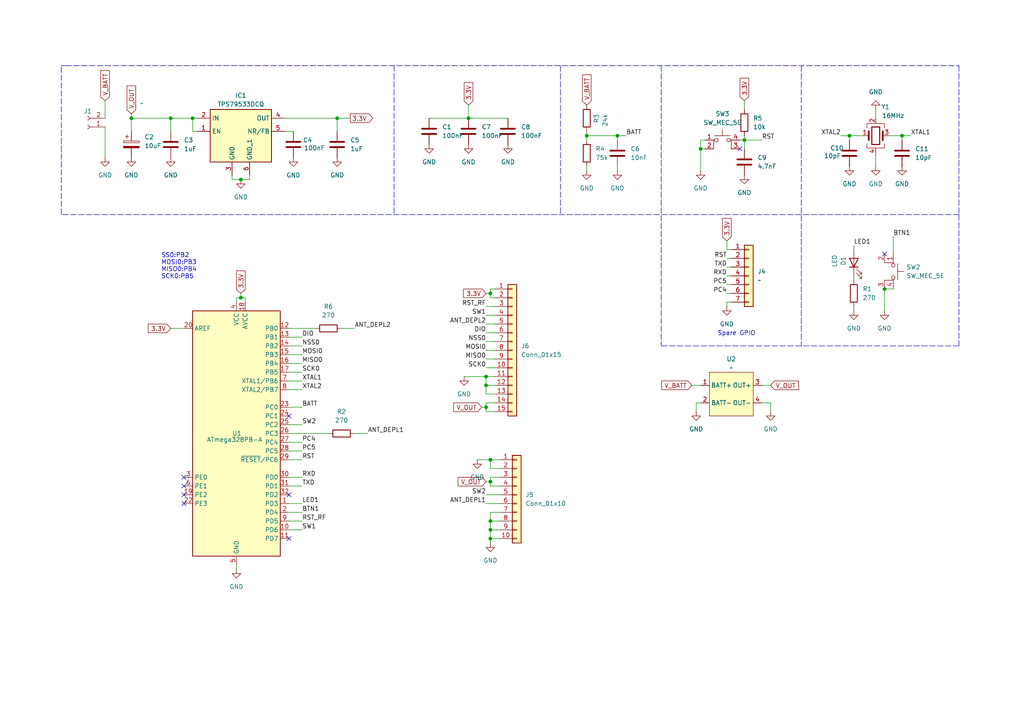
<source format=kicad_sch>
(kicad_sch (version 20231120) (generator "eeschema") (generator_version "8.0")
  (paper "A4")
  (lib_symbols
    (symbol "Connector:Conn_01x02_Socket" (pin_names (offset 1.016) hide)
      (property "Reference" "J" (at 0 2.54 0))
      (property "Value" "Conn_01x02_Socket" (at 0 -5.08 0))
      (symbol "Conn_01x02_Socket_1_1"
        (arc (start 0 -2.032) (mid -0.5058 -2.54) (end 0 -3.048) (stroke (width 0.1524)))
        (polyline (pts (xy -1.27 -2.54) (xy -0.508 -2.54)) (stroke (width 0.1524)))
        (polyline (pts (xy -1.27 0) (xy -0.508 0)) (stroke (width 0.1524)))
        (arc (start 0 0.508) (mid -0.5058 0) (end 0 -0.508) (stroke (width 0.1524)))
        (pin passive line (at -5.08 0 0) (length 3.81) (name "Pin_1") (number "1"))
        (pin passive line (at -5.08 -2.54 0) (length 3.81) (name "Pin_2") (number "2"))
      )
    )
    (symbol "Connector_Generic:Conn_01x07" (pin_names (offset 1.016) hide)
      (property "Reference" "J" (at 0 10.16 0))
      (property "Value" "Conn_01x07" (at 0 -10.16 0))
      (symbol "Conn_01x07_1_1"
        (rectangle (start -1.27 -7.493) (end 0 -7.747) (stroke (width 0.1524)))
        (rectangle (start -1.27 -4.953) (end 0 -5.207) (stroke (width 0.1524)))
        (rectangle (start -1.27 -2.413) (end 0 -2.667) (stroke (width 0.1524)))
        (rectangle (start -1.27 0.127) (end 0 -0.127) (stroke (width 0.1524)))
        (rectangle (start -1.27 2.667) (end 0 2.413) (stroke (width 0.1524)))
        (rectangle (start -1.27 5.207) (end 0 4.953) (stroke (width 0.1524)))
        (rectangle (start -1.27 7.747) (end 0 7.493) (stroke (width 0.1524)))
        (rectangle (start -1.27 8.89) (end 1.27 -8.89) (stroke (width 0.254)) (fill (type background)))
        (pin passive line (at -5.08 7.62 0) (length 3.81) (name "Pin_1") (number "1"))
        (pin passive line (at -5.08 5.08 0) (length 3.81) (name "Pin_2") (number "2"))
        (pin passive line (at -5.08 2.54 0) (length 3.81) (name "Pin_3") (number "3"))
        (pin passive line (at -5.08 0 0) (length 3.81) (name "Pin_4") (number "4"))
        (pin passive line (at -5.08 -2.54 0) (length 3.81) (name "Pin_5") (number "5"))
        (pin passive line (at -5.08 -5.08 0) (length 3.81) (name "Pin_6") (number "6"))
        (pin passive line (at -5.08 -7.62 0) (length 3.81) (name "Pin_7") (number "7"))
      )
    )
    (symbol "Connector_Generic:Conn_01x10" (pin_names (offset 1.016) hide)
      (property "Reference" "J" (at 0 12.7 0))
      (property "Value" "Conn_01x10" (at 0 -15.24 0))
      (symbol "Conn_01x10_1_1"
        (rectangle (start -1.27 -12.573) (end 0 -12.827) (stroke (width 0.1524)))
        (rectangle (start -1.27 -10.033) (end 0 -10.287) (stroke (width 0.1524)))
        (rectangle (start -1.27 -7.493) (end 0 -7.747) (stroke (width 0.1524)))
        (rectangle (start -1.27 -4.953) (end 0 -5.207) (stroke (width 0.1524)))
        (rectangle (start -1.27 -2.413) (end 0 -2.667) (stroke (width 0.1524)))
        (rectangle (start -1.27 0.127) (end 0 -0.127) (stroke (width 0.1524)))
        (rectangle (start -1.27 2.667) (end 0 2.413) (stroke (width 0.1524)))
        (rectangle (start -1.27 5.207) (end 0 4.953) (stroke (width 0.1524)))
        (rectangle (start -1.27 7.747) (end 0 7.493) (stroke (width 0.1524)))
        (rectangle (start -1.27 10.287) (end 0 10.033) (stroke (width 0.1524)))
        (rectangle (start -1.27 11.43) (end 1.27 -13.97) (stroke (width 0.254)) (fill (type background)))
        (pin passive line (at -5.08 10.16 0) (length 3.81) (name "Pin_1") (number "1"))
        (pin passive line (at -5.08 -12.7 0) (length 3.81) (name "Pin_10") (number "10"))
        (pin passive line (at -5.08 7.62 0) (length 3.81) (name "Pin_2") (number "2"))
        (pin passive line (at -5.08 5.08 0) (length 3.81) (name "Pin_3") (number "3"))
        (pin passive line (at -5.08 2.54 0) (length 3.81) (name "Pin_4") (number "4"))
        (pin passive line (at -5.08 0 0) (length 3.81) (name "Pin_5") (number "5"))
        (pin passive line (at -5.08 -2.54 0) (length 3.81) (name "Pin_6") (number "6"))
        (pin passive line (at -5.08 -5.08 0) (length 3.81) (name "Pin_7") (number "7"))
        (pin passive line (at -5.08 -7.62 0) (length 3.81) (name "Pin_8") (number "8"))
        (pin passive line (at -5.08 -10.16 0) (length 3.81) (name "Pin_9") (number "9"))
      )
    )
    (symbol "Connector_Generic:Conn_01x15" (pin_names (offset 1.016) hide)
      (property "Reference" "J" (at 0 20.32 0))
      (property "Value" "Conn_01x15" (at 0 -20.32 0))
      (symbol "Conn_01x15_1_1"
        (rectangle (start -1.27 -17.653) (end 0 -17.907) (stroke (width 0.1524)))
        (rectangle (start -1.27 -15.113) (end 0 -15.367) (stroke (width 0.1524)))
        (rectangle (start -1.27 -12.573) (end 0 -12.827) (stroke (width 0.1524)))
        (rectangle (start -1.27 -10.033) (end 0 -10.287) (stroke (width 0.1524)))
        (rectangle (start -1.27 -7.493) (end 0 -7.747) (stroke (width 0.1524)))
        (rectangle (start -1.27 -4.953) (end 0 -5.207) (stroke (width 0.1524)))
        (rectangle (start -1.27 -2.413) (end 0 -2.667) (stroke (width 0.1524)))
        (rectangle (start -1.27 0.127) (end 0 -0.127) (stroke (width 0.1524)))
        (rectangle (start -1.27 2.667) (end 0 2.413) (stroke (width 0.1524)))
        (rectangle (start -1.27 5.207) (end 0 4.953) (stroke (width 0.1524)))
        (rectangle (start -1.27 7.747) (end 0 7.493) (stroke (width 0.1524)))
        (rectangle (start -1.27 10.287) (end 0 10.033) (stroke (width 0.1524)))
        (rectangle (start -1.27 12.827) (end 0 12.573) (stroke (width 0.1524)))
        (rectangle (start -1.27 15.367) (end 0 15.113) (stroke (width 0.1524)))
        (rectangle (start -1.27 17.907) (end 0 17.653) (stroke (width 0.1524)))
        (rectangle (start -1.27 19.05) (end 1.27 -19.05) (stroke (width 0.254)) (fill (type background)))
        (pin passive line (at -5.08 17.78 0) (length 3.81) (name "Pin_1") (number "1"))
        (pin passive line (at -5.08 -5.08 0) (length 3.81) (name "Pin_10") (number "10"))
        (pin passive line (at -5.08 -7.62 0) (length 3.81) (name "Pin_11") (number "11"))
        (pin passive line (at -5.08 -10.16 0) (length 3.81) (name "Pin_12") (number "12"))
        (pin passive line (at -5.08 -12.7 0) (length 3.81) (name "Pin_13") (number "13"))
        (pin passive line (at -5.08 -15.24 0) (length 3.81) (name "Pin_14") (number "14"))
        (pin passive line (at -5.08 -17.78 0) (length 3.81) (name "Pin_15") (number "15"))
        (pin passive line (at -5.08 15.24 0) (length 3.81) (name "Pin_2") (number "2"))
        (pin passive line (at -5.08 12.7 0) (length 3.81) (name "Pin_3") (number "3"))
        (pin passive line (at -5.08 10.16 0) (length 3.81) (name "Pin_4") (number "4"))
        (pin passive line (at -5.08 7.62 0) (length 3.81) (name "Pin_5") (number "5"))
        (pin passive line (at -5.08 5.08 0) (length 3.81) (name "Pin_6") (number "6"))
        (pin passive line (at -5.08 2.54 0) (length 3.81) (name "Pin_7") (number "7"))
        (pin passive line (at -5.08 0 0) (length 3.81) (name "Pin_8") (number "8"))
        (pin passive line (at -5.08 -2.54 0) (length 3.81) (name "Pin_9") (number "9"))
      )
    )
    (symbol "Device:C" (pin_numbers hide) (pin_names (offset 0.254))
      (property "Reference" "C" (at 0.635 2.54 0))
      (property "Value" "C" (at 0.635 -2.54 0))
      (symbol "C_0_1"
        (polyline (pts (xy -2.032 -0.762) (xy 2.032 -0.762)) (stroke (width 0.508)))
        (polyline (pts (xy -2.032 0.762) (xy 2.032 0.762)) (stroke (width 0.508)))
      )
      (symbol "C_1_1"
        (pin passive line (at 0 3.81 270) (length 2.794) (name "~") (number "1"))
        (pin passive line (at 0 -3.81 90) (length 2.794) (name "~") (number "2"))
      )
    )
    (symbol "Device:C_Polarized" (pin_numbers hide) (pin_names (offset 0.254))
      (property "Reference" "C" (at 0.635 2.54 0))
      (property "Value" "C_Polarized" (at 0.635 -2.54 0))
      (symbol "C_Polarized_0_1"
        (rectangle (start -2.286 0.508) (end 2.286 1.016))
        (polyline (pts (xy -1.778 2.286) (xy -0.762 2.286)))
        (polyline (pts (xy -1.27 2.794) (xy -1.27 1.778)))
        (rectangle (start 2.286 -0.508) (end -2.286 -1.016) (fill (type outline)))
      )
      (symbol "C_Polarized_1_1"
        (pin passive line (at 0 3.81 270) (length 2.794) (name "~") (number "1"))
        (pin passive line (at 0 -3.81 90) (length 2.794) (name "~") (number "2"))
      )
    )
    (symbol "Device:Crystal_GND24" (pin_names (offset 1.016) hide)
      (property "Reference" "Y" (at 3.175 5.08 0))
      (property "Value" "Crystal_GND24" (at 3.175 3.175 0))
      (symbol "Crystal_GND24_0_1"
        (rectangle (start -1.143 2.54) (end 1.143 -2.54) (stroke (width 0.3048)))
        (polyline (pts (xy -2.54 0) (xy -2.032 0)))
        (polyline (pts (xy -2.032 -1.27) (xy -2.032 1.27)) (stroke (width 0.508)))
        (polyline (pts (xy 0 -3.81) (xy 0 -3.556)))
        (polyline (pts (xy 0 3.556) (xy 0 3.81)))
        (polyline (pts (xy 2.032 -1.27) (xy 2.032 1.27)) (stroke (width 0.508)))
        (polyline (pts (xy 2.032 0) (xy 2.54 0)))
        (polyline (pts (xy -2.54 -2.286) (xy -2.54 -3.556) (xy 2.54 -3.556) (xy 2.54 -2.286)))
        (polyline (pts (xy -2.54 2.286) (xy -2.54 3.556) (xy 2.54 3.556) (xy 2.54 2.286)))
      )
      (symbol "Crystal_GND24_1_1"
        (pin passive line (at -3.81 0 0) (length 1.27) (name "1") (number "1"))
        (pin passive line (at 0 5.08 270) (length 1.27) (name "2") (number "2"))
        (pin passive line (at 3.81 0 180) (length 1.27) (name "3") (number "3"))
        (pin passive line (at 0 -5.08 90) (length 1.27) (name "4") (number "4"))
      )
    )
    (symbol "Device:LED" (pin_numbers hide) (pin_names (offset 1.016) hide)
      (property "Reference" "D" (at 0 2.54 0))
      (property "Value" "LED" (at 0 -2.54 0))
      (symbol "LED_0_1"
        (polyline (pts (xy -1.27 -1.27) (xy -1.27 1.27)) (stroke (width 0.254)))
        (polyline (pts (xy -1.27 0) (xy 1.27 0)))
        (polyline (pts (xy 1.27 -1.27) (xy 1.27 1.27) (xy -1.27 0) (xy 1.27 -1.27)) (stroke (width 0.254)))
        (polyline (pts (xy -3.048 -0.762) (xy -4.572 -2.286) (xy -3.81 -2.286) (xy -4.572 -2.286) (xy -4.572 -1.524)))
        (polyline (pts (xy -1.778 -0.762) (xy -3.302 -2.286) (xy -2.54 -2.286) (xy -3.302 -2.286) (xy -3.302 -1.524)))
      )
      (symbol "LED_1_1"
        (pin passive line (at -3.81 0 0) (length 2.54) (name "K") (number "1"))
        (pin passive line (at 3.81 0 180) (length 2.54) (name "A") (number "2"))
      )
    )
    (symbol "Device:R" (pin_numbers hide) (pin_names (offset 0))
      (property "Reference" "R" (at 2.032 0 90))
      (property "Value" "R" (at 0 0 90))
      (symbol "R_0_1"
        (rectangle (start -1.016 -2.54) (end 1.016 2.54) (stroke (width 0.254)))
      )
      (symbol "R_1_1"
        (pin passive line (at 0 3.81 270) (length 1.27) (name "~") (number "1"))
        (pin passive line (at 0 -3.81 90) (length 1.27) (name "~") (number "2"))
      )
    )
    (symbol "MCU_Microchip_ATmega:ATmega328PB-A"
      (property "Reference" "U" (at -12.7 36.83 0))
      (property "Value" "ATmega328PB-A" (at 2.54 -36.83 0))
      (symbol "ATmega328PB-A_0_1"
        (rectangle (start -12.7 -35.56) (end 12.7 35.56) (stroke (width 0.254)) (fill (type background)))
      )
      (symbol "ATmega328PB-A_1_1"
        (pin bidirectional line (at 15.24 -20.32 180) (length 2.54) (name "PD3") (number "1"))
        (pin bidirectional line (at 15.24 -27.94 180) (length 2.54) (name "PD6") (number "10"))
        (pin bidirectional line (at 15.24 -30.48 180) (length 2.54) (name "PD7") (number "11"))
        (pin bidirectional line (at 15.24 30.48 180) (length 2.54) (name "PB0") (number "12"))
        (pin bidirectional line (at 15.24 27.94 180) (length 2.54) (name "PB1") (number "13"))
        (pin bidirectional line (at 15.24 25.4 180) (length 2.54) (name "PB2") (number "14"))
        (pin bidirectional line (at 15.24 22.86 180) (length 2.54) (name "PB3") (number "15"))
        (pin bidirectional line (at 15.24 20.32 180) (length 2.54) (name "PB4") (number "16"))
        (pin bidirectional line (at 15.24 17.78 180) (length 2.54) (name "PB5") (number "17"))
        (pin power_in line (at 2.54 38.1 270) (length 2.54) (name "AVCC") (number "18"))
        (pin bidirectional line (at -15.24 -17.78 0) (length 2.54) (name "PE2") (number "19"))
        (pin bidirectional line (at 15.24 -22.86 180) (length 2.54) (name "PD4") (number "2"))
        (pin passive line (at -15.24 30.48 0) (length 2.54) (name "AREF") (number "20"))
        (pin passive line (at 0 -38.1 90) (length 2.54) hide (name "GND") (number "21"))
        (pin bidirectional line (at -15.24 -20.32 0) (length 2.54) (name "PE3") (number "22"))
        (pin bidirectional line (at 15.24 7.62 180) (length 2.54) (name "PC0") (number "23"))
        (pin bidirectional line (at 15.24 5.08 180) (length 2.54) (name "PC1") (number "24"))
        (pin bidirectional line (at 15.24 2.54 180) (length 2.54) (name "PC2") (number "25"))
        (pin bidirectional line (at 15.24 0 180) (length 2.54) (name "PC3") (number "26"))
        (pin bidirectional line (at 15.24 -2.54 180) (length 2.54) (name "PC4") (number "27"))
        (pin bidirectional line (at 15.24 -5.08 180) (length 2.54) (name "PC5") (number "28"))
        (pin bidirectional line (at 15.24 -7.62 180) (length 2.54) (name "~{RESET}/PC6") (number "29"))
        (pin bidirectional line (at -15.24 -12.7 0) (length 2.54) (name "PE0") (number "3"))
        (pin bidirectional line (at 15.24 -12.7 180) (length 2.54) (name "PD0") (number "30"))
        (pin bidirectional line (at 15.24 -15.24 180) (length 2.54) (name "PD1") (number "31"))
        (pin bidirectional line (at 15.24 -17.78 180) (length 2.54) (name "PD2") (number "32"))
        (pin power_in line (at 0 38.1 270) (length 2.54) (name "VCC") (number "4"))
        (pin power_in line (at 0 -38.1 90) (length 2.54) (name "GND") (number "5"))
        (pin bidirectional line (at -15.24 -15.24 0) (length 2.54) (name "PE1") (number "6"))
        (pin bidirectional line (at 15.24 15.24 180) (length 2.54) (name "XTAL1/PB6") (number "7"))
        (pin bidirectional line (at 15.24 12.7 180) (length 2.54) (name "XTAL2/PB7") (number "8"))
        (pin bidirectional line (at 15.24 -25.4 180) (length 2.54) (name "PD5") (number "9"))
      )
    )
    (symbol "Switch:SW_MEC_5E" (pin_names (offset 1.016) hide)
      (property "Reference" "SW" (at 0.635 5.715 0))
      (property "Value" "SW_MEC_5E" (at 0 -3.175 0))
      (symbol "SW_MEC_5E_0_1"
        (circle (center -1.778 2.54) (radius 0.508))
        (polyline (pts (xy -2.286 3.81) (xy 2.286 3.81)))
        (polyline (pts (xy 0 3.81) (xy 0 5.588)))
        (polyline (pts (xy -2.54 0) (xy -2.54 2.54) (xy -2.286 2.54)))
        (polyline (pts (xy 2.54 0) (xy 2.54 2.54) (xy 2.286 2.54)))
        (circle (center 1.778 2.54) (radius 0.508))
        (pin passive line (at -5.08 2.54 0) (length 2.54) (name "1") (number "1"))
        (pin passive line (at -5.08 0 0) (length 2.54) (name "2") (number "2"))
        (pin passive line (at 5.08 0 180) (length 2.54) (name "K") (number "3"))
        (pin passive line (at 5.08 2.54 180) (length 2.54) (name "A") (number "4"))
      )
    )
    (symbol "TP4056_module:TP4056_module"
      (property "Reference" "U" (at -6.096 7.62 0))
      (symbol "TP4056_module_1_1"
        (rectangle (start -6.35 6.35) (end 6.35 -6.35) (fill (type background)))
        (pin input line (at -8.89 2.54 0) (length 2.54) (name "BATT+") (number "1"))
        (pin input line (at -8.89 -2.54 0) (length 2.54) (name "BATT-") (number "2"))
        (pin input line (at 8.89 2.54 180) (length 2.54) (name "OUT+") (number "3"))
        (pin input line (at 8.89 -2.54 180) (length 2.54) (name "OUT-") (number "4"))
      )
    )
    (symbol "TPS79533DCQ:TPS79533DCQ"
      (property "Reference" "IC" (at -10.414 12.446 0))
      (property "Value" "TPS79533DCQ" (at -10.414 9.906 0))
      (symbol "TPS79533DCQ_1_1"
        (rectangle (start -8.89 7.62) (end 8.89 -7.62) (stroke (width 0.254)) (fill (type background)))
        (pin passive line (at -12.7 1.27 0) (length 3.81) (name "EN") (number "1"))
        (pin input line (at -12.7 5.08 0) (length 3.81) (name "IN") (number "2"))
        (pin power_in line (at -2.54 -11.43 90) (length 3.81) (name "GND") (number "3"))
        (pin output line (at 12.7 5.08 180) (length 3.81) (name "OUT") (number "4"))
        (pin passive line (at 12.7 1.27 180) (length 3.81) (name "NR/FB") (number "5"))
        (pin power_in line (at 2.54 -11.43 90) (length 3.81) (name "GND_1") (number "6"))
      )
    )
    (symbol "power:GND" (power) (pin_numbers hide) (pin_names (offset 0) hide)
      (property "Value" "GND" (at 0 -3.81 0))
      (symbol "GND_0_1"
        (polyline (pts (xy 0 0) (xy 0 -1.27) (xy 1.27 -1.27) (xy 0 -2.54) (xy -1.27 -1.27) (xy 0 -1.27)))
      )
      (symbol "GND_1_1"
        (pin power_in line (at 0 0 270) (length 0) (name "~") (number "1"))
      )
    )
  )
  (junction (at 256.54 83.82))
  (junction (at 142.24 151.13))
  (junction (at 142.24 133.35))
  (junction (at 55.88 34.29))
  (junction (at 97.79 34.29))
  (junction (at 142.24 85.09))
  (junction (at 69.85 52.07))
  (junction (at 140.97 111.76))
  (junction (at 38.1 34.29))
  (junction (at 142.24 156.21))
  (junction (at 140.97 118.11))
  (junction (at 203.2 43.18))
  (junction (at 215.9 40.64))
  (junction (at 246.38 39.37))
  (junction (at 140.97 109.22))
  (junction (at 142.24 139.7))
  (junction (at 135.89 34.29))
  (junction (at 179.07 39.37))
  (junction (at 49.53 34.29))
  (junction (at 142.24 153.67))
  (junction (at 69.85 86.36))
  (junction (at 170.18 39.37))
  (junction (at 261.62 39.37))
  (no_connect (at 53.34 138.43))
  (no_connect (at 83.82 156.21))
  (no_connect (at 83.82 143.51))
  (no_connect (at 256.54 73.66))
  (no_connect (at 83.82 120.65))
  (no_connect (at 53.34 140.97))
  (no_connect (at 53.34 146.05))
  (no_connect (at 214.63 43.18))
  (no_connect (at 53.34 143.51))
  (wire (pts (xy 97.79 38.1) (xy 97.79 34.29)))
  (wire (pts (xy 55.88 34.29) (xy 57.15 34.29)))
  (polyline (pts (xy 162.56 19.05) (xy 162.56 62.23)) (stroke (width 0) (type dash)))
  (wire (pts (xy 143.51 106.68) (xy 140.97 106.68)))
  (wire (pts (xy 135.89 30.48) (xy 135.89 34.29)))
  (wire (pts (xy 142.24 151.13) (xy 144.78 151.13)))
  (wire (pts (xy 144.78 153.67) (xy 142.24 153.67)))
  (wire (pts (xy 246.38 39.37) (xy 246.38 40.64)))
  (wire (pts (xy 261.62 39.37) (xy 261.62 40.64)))
  (wire (pts (xy 212.09 87.63) (xy 210.82 87.63)))
  (wire (pts (xy 138.43 133.35) (xy 142.24 133.35)))
  (wire (pts (xy 38.1 34.29) (xy 38.1 38.1)))
  (wire (pts (xy 259.08 68.58) (xy 259.08 73.66)))
  (wire (pts (xy 87.63 146.05) (xy 83.82 146.05)))
  (wire (pts (xy 142.24 156.21) (xy 142.24 157.48)))
  (wire (pts (xy 142.24 156.21) (xy 144.78 156.21)))
  (polyline (pts (xy 17.78 62.23) (xy 17.78 19.05)) (stroke (width 0) (type dash)))
  (wire (pts (xy 83.82 125.73) (xy 95.25 125.73)))
  (wire (pts (xy 179.07 39.37) (xy 181.61 39.37)))
  (wire (pts (xy 68.58 163.83) (xy 68.58 165.1)))
  (wire (pts (xy 143.51 114.3) (xy 140.97 114.3)))
  (wire (pts (xy 142.24 135.89) (xy 144.78 135.89)))
  (wire (pts (xy 212.09 72.39) (xy 210.82 72.39)))
  (wire (pts (xy 142.24 140.97) (xy 144.78 140.97)))
  (wire (pts (xy 124.46 34.29) (xy 135.89 34.29)))
  (polyline (pts (xy 19.05 19.05) (xy 278.13 19.05)) (stroke (width 0) (type dash)))
  (wire (pts (xy 140.97 116.84) (xy 143.51 116.84)))
  (wire (pts (xy 142.24 83.82) (xy 142.24 85.09)))
  (wire (pts (xy 215.9 40.64) (xy 215.9 43.18)))
  (wire (pts (xy 135.89 34.29) (xy 147.32 34.29)))
  (wire (pts (xy 254 31.75) (xy 254 34.29)))
  (wire (pts (xy 83.82 110.49) (xy 87.63 110.49)))
  (wire (pts (xy 203.2 40.64) (xy 203.2 43.18)))
  (wire (pts (xy 140.97 146.05) (xy 144.78 146.05)))
  (wire (pts (xy 243.84 39.37) (xy 246.38 39.37)))
  (wire (pts (xy 83.82 107.95) (xy 87.63 107.95)))
  (wire (pts (xy 49.53 95.25) (xy 53.34 95.25)))
  (wire (pts (xy 261.62 39.37) (xy 264.16 39.37)))
  (wire (pts (xy 210.82 74.93) (xy 212.09 74.93)))
  (wire (pts (xy 140.97 139.7) (xy 142.24 139.7)))
  (wire (pts (xy 142.24 153.67) (xy 142.24 156.21)))
  (wire (pts (xy 140.97 111.76) (xy 140.97 114.3)))
  (wire (pts (xy 215.9 39.37) (xy 215.9 40.64)))
  (wire (pts (xy 69.85 86.36) (xy 68.58 86.36)))
  (wire (pts (xy 210.82 87.63) (xy 210.82 88.9)))
  (wire (pts (xy 203.2 43.18) (xy 204.47 43.18)))
  (wire (pts (xy 220.98 111.76) (xy 223.52 111.76)))
  (wire (pts (xy 83.82 123.19) (xy 87.63 123.19)))
  (wire (pts (xy 139.7 118.11) (xy 140.97 118.11)))
  (wire (pts (xy 179.07 40.64) (xy 179.07 39.37)))
  (wire (pts (xy 179.07 39.37) (xy 170.18 39.37)))
  (polyline (pts (xy 114.3 19.05) (xy 114.3 62.23)) (stroke (width 0) (type dash)))
  (wire (pts (xy 83.82 140.97) (xy 87.63 140.97)))
  (wire (pts (xy 256.54 83.82) (xy 256.54 90.17)))
  (wire (pts (xy 223.52 116.84) (xy 223.52 119.38)))
  (wire (pts (xy 69.85 85.09) (xy 69.85 86.36)))
  (wire (pts (xy 142.24 148.59) (xy 142.24 151.13)))
  (polyline (pts (xy 191.77 19.05) (xy 191.77 100.33)) (stroke (width 0) (type dash)))
  (wire (pts (xy 142.24 138.43) (xy 142.24 139.7)))
  (wire (pts (xy 210.82 80.01) (xy 212.09 80.01)))
  (wire (pts (xy 102.87 125.73) (xy 106.68 125.73)))
  (wire (pts (xy 247.65 71.12) (xy 247.65 72.39)))
  (wire (pts (xy 72.39 52.07) (xy 72.39 50.8)))
  (wire (pts (xy 142.24 151.13) (xy 142.24 153.67)))
  (wire (pts (xy 201.93 116.84) (xy 201.93 119.38)))
  (wire (pts (xy 256.54 83.82) (xy 259.08 83.82)))
  (polyline (pts (xy 278.13 19.05) (xy 278.13 62.23)) (stroke (width 0) (type dash)))
  (wire (pts (xy 82.55 38.1) (xy 85.09 38.1)))
  (wire (pts (xy 142.24 138.43) (xy 144.78 138.43)))
  (wire (pts (xy 49.53 34.29) (xy 49.53 38.1)))
  (wire (pts (xy 83.82 105.41) (xy 87.63 105.41)))
  (wire (pts (xy 257.81 39.37) (xy 261.62 39.37)))
  (wire (pts (xy 82.55 34.29) (xy 97.79 34.29)))
  (wire (pts (xy 143.51 88.9) (xy 140.97 88.9)))
  (wire (pts (xy 30.48 29.21) (xy 30.48 34.29)))
  (wire (pts (xy 143.51 104.14) (xy 140.97 104.14)))
  (wire (pts (xy 203.2 116.84) (xy 201.93 116.84)))
  (wire (pts (xy 215.9 40.64) (xy 220.98 40.64)))
  (wire (pts (xy 83.82 153.67) (xy 87.63 153.67)))
  (wire (pts (xy 83.82 102.87) (xy 87.63 102.87)))
  (wire (pts (xy 143.51 101.6) (xy 140.97 101.6)))
  (wire (pts (xy 71.12 87.63) (xy 71.12 86.36)))
  (wire (pts (xy 210.82 72.39) (xy 210.82 69.85)))
  (wire (pts (xy 140.97 109.22) (xy 143.51 109.22)))
  (wire (pts (xy 83.82 138.43) (xy 87.63 138.43)))
  (wire (pts (xy 210.82 85.09) (xy 212.09 85.09)))
  (wire (pts (xy 55.88 34.29) (xy 55.88 38.1)))
  (wire (pts (xy 170.18 48.26) (xy 170.18 49.53)))
  (wire (pts (xy 143.51 86.36) (xy 142.24 86.36)))
  (wire (pts (xy 140.97 111.76) (xy 143.51 111.76)))
  (wire (pts (xy 38.1 33.02) (xy 38.1 34.29)))
  (wire (pts (xy 210.82 82.55) (xy 212.09 82.55)))
  (wire (pts (xy 57.15 38.1) (xy 55.88 38.1)))
  (wire (pts (xy 170.18 39.37) (xy 170.18 40.64)))
  (polyline (pts (xy 17.78 19.05) (xy 19.05 19.05)) (stroke (width 0) (type dash)))
  (wire (pts (xy 140.97 143.51) (xy 144.78 143.51)))
  (wire (pts (xy 247.65 90.17) (xy 247.65 88.9)))
  (wire (pts (xy 83.82 100.33) (xy 87.63 100.33)))
  (wire (pts (xy 140.97 119.38) (xy 143.51 119.38)))
  (wire (pts (xy 67.31 50.8) (xy 67.31 52.07)))
  (wire (pts (xy 140.97 109.22) (xy 140.97 111.76)))
  (wire (pts (xy 215.9 29.21) (xy 215.9 31.75)))
  (wire (pts (xy 30.48 36.83) (xy 30.48 45.72)))
  (wire (pts (xy 142.24 85.09) (xy 142.24 86.36)))
  (wire (pts (xy 210.82 77.47) (xy 212.09 77.47)))
  (wire (pts (xy 38.1 34.29) (xy 49.53 34.29)))
  (wire (pts (xy 203.2 43.18) (xy 203.2 49.53)))
  (wire (pts (xy 170.18 39.37) (xy 170.18 38.1)))
  (wire (pts (xy 83.82 118.11) (xy 87.63 118.11)))
  (wire (pts (xy 200.66 111.76) (xy 203.2 111.76)))
  (wire (pts (xy 97.79 34.29) (xy 101.6 34.29)))
  (wire (pts (xy 143.51 99.06) (xy 140.97 99.06)))
  (wire (pts (xy 99.06 95.25) (xy 102.87 95.25)))
  (wire (pts (xy 204.47 40.64) (xy 203.2 40.64)))
  (wire (pts (xy 254 44.45) (xy 254 48.26)))
  (polyline (pts (xy 278.13 100.33) (xy 191.77 100.33)) (stroke (width 0) (type dash)))
  (wire (pts (xy 49.53 34.29) (xy 55.88 34.29)))
  (wire (pts (xy 87.63 130.81) (xy 83.82 130.81)))
  (wire (pts (xy 142.24 83.82) (xy 143.51 83.82)))
  (wire (pts (xy 87.63 148.59) (xy 83.82 148.59)))
  (wire (pts (xy 144.78 148.59) (xy 142.24 148.59)))
  (wire (pts (xy 83.82 151.13) (xy 87.63 151.13)))
  (wire (pts (xy 143.51 91.44) (xy 140.97 91.44)))
  (wire (pts (xy 220.98 116.84) (xy 223.52 116.84)))
  (wire (pts (xy 143.51 93.98) (xy 140.97 93.98)))
  (wire (pts (xy 83.82 97.79) (xy 87.63 97.79)))
  (polyline (pts (xy 232.41 19.05) (xy 232.41 100.33)) (stroke (width 0) (type dash)))
  (wire (pts (xy 83.82 133.35) (xy 87.63 133.35)))
  (wire (pts (xy 140.97 85.09) (xy 142.24 85.09)))
  (wire (pts (xy 214.63 40.64) (xy 215.9 40.64)))
  (wire (pts (xy 140.97 116.84) (xy 140.97 118.11)))
  (wire (pts (xy 71.12 86.36) (xy 69.85 86.36)))
  (wire (pts (xy 91.44 95.25) (xy 83.82 95.25)))
  (wire (pts (xy 142.24 133.35) (xy 144.78 133.35)))
  (polyline (pts (xy 278.13 62.23) (xy 17.78 62.23)) (stroke (width 0) (type dash)))
  (wire (pts (xy 246.38 39.37) (xy 250.19 39.37)))
  (wire (pts (xy 142.24 139.7) (xy 142.24 140.97)))
  (wire (pts (xy 68.58 86.36) (xy 68.58 87.63)))
  (wire (pts (xy 140.97 118.11) (xy 140.97 119.38)))
  (wire (pts (xy 67.31 52.07) (xy 69.85 52.07)))
  (wire (pts (xy 69.85 52.07) (xy 72.39 52.07)))
  (wire (pts (xy 142.24 135.89) (xy 142.24 133.35)))
  (wire (pts (xy 83.82 128.27) (xy 87.63 128.27)))
  (wire (pts (xy 247.65 80.01) (xy 247.65 81.28)))
  (wire (pts (xy 134.62 109.22) (xy 140.97 109.22)))
  (wire (pts (xy 143.51 96.52) (xy 140.97 96.52)))
  (wire (pts (xy 83.82 113.03) (xy 87.63 113.03)))
  (polyline (pts (xy 278.13 62.23) (xy 278.13 100.33)) (stroke (width 0) (type dash)))
  (wire (pts (xy 179.07 48.26) (xy 179.07 49.53)))
  (text "Spare GPIO" (at 213.614 96.774 0) (effects (font (size 1.27 1.27))))
  (text "SS0:PB2\nMOSI0:PB3\nMISO0:PB4\nSCK0:PB5" (at 46.736 77.216 0) (effects (font (size 1.27 1.27)) (justify left)))
  (label "RST" (at 87.63 133.35 0))
  (label "SW2" (at 140.97 143.51 180))
  (label "XTAL2" (at 243.84 39.37 180))
  (label "MISO0" (at 87.63 105.41 0))
  (label "ANT_DEPL1" (at 140.97 146.05 180))
  (label "NSS0" (at 87.63 100.33 0))
  (label "RST" (at 220.98 40.64 0))
  (label "LED1" (at 87.63 146.05 0))
  (label "XTAL2" (at 87.63 113.03 0))
  (label "TXD" (at 210.82 77.47 180))
  (label "RXD" (at 87.63 138.43 0))
  (label "PC4" (at 87.63 128.27 0))
  (label "MISO0" (at 140.97 104.14 180))
  (label "RST" (at 210.82 74.93 180))
  (label "RST_RF" (at 87.63 151.13 0))
  (label "BTN1" (at 87.63 148.59 0))
  (label "SW1" (at 87.63 153.67 0))
  (label "DIO" (at 140.97 96.52 180))
  (label "XTAL1" (at 264.16 39.37 0))
  (label "NSS0" (at 140.97 99.06 180))
  (label "RXD" (at 210.82 80.01 180))
  (label "PC5" (at 210.82 82.55 180))
  (label "DIO" (at 87.63 97.79 0))
  (label "SW2" (at 87.63 123.19 0))
  (label "ANT_DEPL1" (at 106.68 125.73 0))
  (label "SCK0" (at 87.63 107.95 0))
  (label "ANT_DEPL2" (at 102.87 95.25 0))
  (label "BTN1" (at 259.08 68.58 0))
  (label "TXD" (at 87.63 140.97 0))
  (label "PC5" (at 87.63 130.81 0))
  (label "SCK0" (at 140.97 106.68 180))
  (label "MOSI0" (at 87.63 102.87 0))
  (label "SW1" (at 140.97 91.44 180))
  (label "XTAL1" (at 87.63 110.49 0))
  (label "PC4" (at 210.82 85.09 180))
  (label "LED1" (at 247.65 71.12 0))
  (label "ANT_DEPL2" (at 140.97 93.98 180))
  (label "RST_RF" (at 140.97 88.9 180))
  (label "BATT" (at 87.63 118.11 0))
  (label "BATT" (at 181.61 39.37 0))
  (label "MOSI0" (at 140.97 101.6 180))
  (global_label "3.3V" (shape output) (at 101.6 34.29 0) (property "Intersheetrefs" "${INTERSHEET_REFS}" (effects (hide yes))))
  (global_label "V_OUT" (shape input) (at 139.7 118.11 180) (property "Intersheetrefs" "${INTERSHEET_REFS}" (effects (hide yes))))
  (global_label "3.3V" (shape input) (at 210.82 69.85 90) (property "Intersheetrefs" "${INTERSHEET_REFS}" (effects (hide yes))))
  (global_label "3.3V" (shape input) (at 69.85 85.09 90) (property "Intersheetrefs" "${INTERSHEET_REFS}" (effects (hide yes))))
  (global_label "3.3V" (shape input) (at 215.9 29.21 90) (property "Intersheetrefs" "${INTERSHEET_REFS}" (effects (hide yes))))
  (global_label "V_BATT" (shape input) (at 170.18 30.48 90) (property "Intersheetrefs" "${INTERSHEET_REFS}" (effects (hide yes))))
  (global_label "V_BATT" (shape input) (at 30.48 29.21 90) (property "Intersheetrefs" "${INTERSHEET_REFS}" (effects (hide yes))))
  (global_label "3.3V" (shape input) (at 49.53 95.25 180) (property "Intersheetrefs" "${INTERSHEET_REFS}" (effects (hide yes))))
  (global_label "3.3V" (shape input) (at 140.97 85.09 180) (property "Intersheetrefs" "${INTERSHEET_REFS}" (effects (hide yes))))
  (global_label "V_OUT" (shape input) (at 223.52 111.76 0) (property "Intersheetrefs" "${INTERSHEET_REFS}" (effects (hide yes))))
  (global_label "V_OUT" (shape input) (at 38.1 33.02 90) (property "Intersheetrefs" "${INTERSHEET_REFS}" (effects (hide yes))))
  (global_label "3.3V" (shape input) (at 135.89 30.48 90) (property "Intersheetrefs" "${INTERSHEET_REFS}" (effects (hide yes))))
  (global_label "V_BATT" (shape input) (at 200.66 111.76 180) (property "Intersheetrefs" "${INTERSHEET_REFS}" (effects (hide yes))))
  (global_label "V_OUT" (shape input) (at 140.97 139.7 180) (property "Intersheetrefs" "${INTERSHEET_REFS}" (effects (hide yes))))
  (symbol (lib_id "power:GND") (at 69.85 52.07 0) (unit 1)
    (property "Reference" "#PWR08" (effects (hide yes)))
    (property "Value" "GND" (at 69.85 57.15 0))
    (property "Description" "Power symbol creates a global label with name \"GND\" , ground" (effects (hide yes)))
  )
  (symbol (lib_id "power:GND") (at 124.46 41.91 0) (unit 1)
    (property "Reference" "#PWR01" (effects (hide yes)))
    (property "Value" "GND" (at 124.46 46.99 0))
    (property "Description" "Power symbol creates a global label with name \"GND\" , ground" (effects (hide yes)))
  )
  (symbol (lib_id "power:GND") (at 261.62 48.26 0) (unit 1)
    (property "Reference" "#PWR021" (effects (hide yes)))
    (property "Value" "GND" (at 261.62 53.34 0))
    (property "Description" "Power symbol creates a global label with name \"GND\" , ground" (effects (hide yes)))
  )
  (symbol (lib_id "Connector_Generic:Conn_01x07") (at 217.17 80.01 0) (unit 1)
    (property "Reference" "J4" (at 219.71 78.7399 0) (effects (justify left)))
    (property "Value" "~" (at 219.71 81.2799 0) (effects (justify left)))
    (property "Footprint" "Connector_PinHeader_2.54mm:PinHeader_1x07_P2.54mm_Vertical" (effects (hide yes)))
    (property "Description" "Generic connector, single row, 01x07, script generated (kicad-library-utils/schlib/autogen/connector/)" (effects (hide yes)))
  )
  (symbol (lib_id "Device:C") (at 135.89 38.1 0) (unit 1)
    (property "Reference" "C7" (at 139.7 36.8299 0) (effects (justify left)))
    (property "Value" "100nF" (at 139.7 39.3699 0) (effects (justify left)))
    (property "Footprint" "Capacitor_SMD:C_0805_2012Metric" (effects (hide yes)))
    (property "Description" "Unpolarized capacitor" (effects (hide yes)))
  )
  (symbol (lib_id "power:GND") (at 215.9 50.8 0) (unit 1)
    (property "Reference" "#PWR016" (effects (hide yes)))
    (property "Value" "GND" (at 215.9 55.88 0))
    (property "Description" "Power symbol creates a global label with name \"GND\" , ground" (effects (hide yes)))
  )
  (symbol (lib_id "Connector:Conn_01x02_Socket") (at 25.4 36.83 180) (unit 1)
    (property "Reference" "J1" (at 26.67 32.258 0) (effects (justify left)))
    (property "Value" "~" (at 41.656 29.972 0) (effects (justify left)))
    (property "Footprint" "Connector_PinHeader_2.54mm:PinHeader_1x02_P2.54mm_Vertical" (effects (hide yes)))
    (property "Description" "Generic connector, single row, 01x02, script generated" (effects (hide yes)))
  )
  (symbol (lib_id "Connector_Generic:Conn_01x10") (at 149.86 143.51 0) (unit 1)
    (property "Reference" "J5" (at 152.4 143.5099 0) (effects (justify left)))
    (property "Value" "Conn_01x10" (at 152.4 146.0499 0) (effects (justify left)))
    (property "Footprint" "Connector_PinHeader_2.54mm:PinHeader_1x10_P2.54mm_Vertical" (effects (hide yes)))
    (property "Description" "Generic connector, single row, 01x10, script generated (kicad-library-utils/schlib/autogen/connector/)" (effects (hide yes)))
  )
  (symbol (lib_id "power:GND") (at 38.1 45.72 0) (unit 1)
    (property "Reference" "#PWR06" (effects (hide yes)))
    (property "Value" "GND" (at 38.1 50.8 0))
    (property "Description" "Power symbol creates a global label with name \"GND\" , ground" (effects (hide yes)))
  )
  (symbol (lib_id "Device:R") (at 170.18 44.45 0) (unit 1)
    (property "Reference" "R4" (at 172.72 43.1799 0) (effects (justify left)))
    (property "Value" "75k" (at 172.72 45.7199 0) (effects (justify left)))
    (property "Footprint" "Resistor_SMD:R_0805_2012Metric" (effects (hide yes)))
    (property "Description" "Resistor" (effects (hide yes)))
  )
  (symbol (lib_id "power:GND") (at 256.54 90.17 0) (unit 1)
    (property "Reference" "#PWR04" (effects (hide yes)))
    (property "Value" "GND" (at 256.54 95.25 0))
    (property "Description" "Power symbol creates a global label with name \"GND\" , ground" (effects (hide yes)))
  )
  (symbol (lib_id "power:GND") (at 203.2 49.53 0) (unit 1)
    (property "Reference" "#PWR015" (effects (hide yes)))
    (property "Value" "GND" (at 203.2 54.61 0))
    (property "Description" "Power symbol creates a global label with name \"GND\" , ground" (effects (hide yes)))
  )
  (symbol (lib_id "power:GND") (at 68.58 165.1 0) (unit 1)
    (property "Reference" "#PWR02" (effects (hide yes)))
    (property "Value" "GND" (at 68.58 170.18 0))
    (property "Description" "Power symbol creates a global label with name \"GND\" , ground" (effects (hide yes)))
  )
  (symbol (lib_id "power:GND") (at 254 48.26 0) (unit 1)
    (property "Reference" "#PWR019" (effects (hide yes)))
    (property "Value" "GND" (at 254 53.34 0))
    (property "Description" "Power symbol creates a global label with name \"GND\" , ground" (effects (hide yes)))
  )
  (symbol (lib_id "TP4056_module:TP4056_module") (at 212.09 114.3 0) (unit 1)
    (property "Reference" "U2" (at 212.09 104.14 0))
    (property "Value" "~" (at 212.09 106.68 0))
    (property "Footprint" "TP4056_batt_charger:TP4056_module" (effects (hide yes)))
  )
  (symbol (lib_id "Device:R") (at 215.9 35.56 0) (unit 1)
    (property "Reference" "R5" (at 218.44 34.2899 0) (effects (justify left)))
    (property "Value" "10k" (at 218.44 36.8299 0) (effects (justify left)))
    (property "Footprint" "Resistor_SMD:R_0805_2012Metric" (effects (hide yes)))
    (property "Description" "Resistor" (effects (hide yes)))
  )
  (symbol (lib_id "Device:C") (at 246.38 44.45 0) (unit 1)
    (property "Reference" "C10" (at 240.792 42.926 0) (effects (justify left)))
    (property "Value" "10pF" (at 239.014 45.212 0) (effects (justify left)))
    (property "Footprint" "Capacitor_SMD:C_0805_2012Metric" (effects (hide yes)))
    (property "Description" "Unpolarized capacitor" (effects (hide yes)))
  )
  (symbol (lib_id "Device:R") (at 247.65 85.09 0) (unit 1)
    (property "Reference" "R1" (at 250.19 83.8199 0) (effects (justify left)))
    (property "Value" "270" (at 250.19 86.3599 0) (effects (justify left)))
    (property "Footprint" "Resistor_SMD:R_0805_2012Metric" (effects (hide yes)))
    (property "Description" "Resistor" (effects (hide yes)))
  )
  (symbol (lib_id "TPS79533DCQ:TPS79533DCQ") (at 69.85 39.37 0) (unit 1)
    (property "Reference" "IC1" (at 69.85 27.686 0))
    (property "Value" "TPS79533DCQ" (at 69.85 30.226 0))
    (property "Footprint" "Package_TO_SOT_SMD:SOT-223-6" (effects (hide yes)))
    (property "Datasheet" "https://datasheet.datasheetarchive.com/originals/distributors/Datasheets-SFU2/DSASFU100034063.pdf" (effects (hide yes)))
    (property "Description" "TPS79533DCQ, Low Dropout Voltage Regulator, 0.5A, 3.3 V +/-2%, 2.7  5.5 Vin, 6-Pin SOT-223" (effects (hide yes)))
    (property "Height" "1.8" (effects (hide yes)))
    (property "Mouser Part Number" "595-TPS79533DCQ" (effects (hide yes)))
    (property "Mouser Price/Stock" "https://www.mouser.co.uk/ProductDetail/Texas-Instruments/TPS79533DCQ?qs=0O%2FZFlpUpJU8SL7TK1VVHw%3D%3D" (effects (hide yes)))
    (property "Manufacturer_Name" "Texas Instruments" (effects (hide yes)))
    (property "Manufacturer_Part_Number" "TPS79533DCQ" (effects (hide yes)))
  )
  (symbol (lib_id "power:GND") (at 170.18 49.53 0) (unit 1)
    (property "Reference" "#PWR011" (effects (hide yes)))
    (property "Value" "GND" (at 170.18 54.61 0))
    (property "Description" "Power symbol creates a global label with name \"GND\" , ground" (effects (hide yes)))
  )
  (symbol (lib_id "Switch:SW_MEC_5E") (at 256.54 78.74 270) (unit 1)
    (property "Reference" "SW2" (at 262.89 77.4699 90) (effects (justify left)))
    (property "Value" "SW_MEC_5E" (at 262.89 80.0099 90) (effects (justify left)))
    (property "Footprint" "project_lib:15715272" (effects (hide yes)))
    (property "Datasheet" "http://www.apem.com/int/index.php?controller=attachment&id_attachment=1371" (effects (hide yes)))
    (property "Description" "MEC 5E single pole normally-open tactile switch" (effects (hide yes)))
  )
  (symbol (lib_id "Device:C") (at 179.07 44.45 0) (unit 1)
    (property "Reference" "C6" (at 182.88 43.1799 0) (effects (justify left)))
    (property "Value" "10nF" (at 182.88 45.7199 0) (effects (justify left)))
    (property "Footprint" "Capacitor_SMD:C_0805_2012Metric" (effects (hide yes)))
    (property "Description" "Unpolarized capacitor" (effects (hide yes)))
  )
  (symbol (lib_id "Device:C") (at 147.32 38.1 0) (unit 1)
    (property "Reference" "C8" (at 151.13 36.8299 0) (effects (justify left)))
    (property "Value" "100nF" (at 151.13 39.3699 0) (effects (justify left)))
    (property "Footprint" "Capacitor_SMD:C_0805_2012Metric" (effects (hide yes)))
    (property "Description" "Unpolarized capacitor" (effects (hide yes)))
  )
  (symbol (lib_id "power:GND") (at 201.93 119.38 0) (unit 1)
    (property "Reference" "#PWR020" (effects (hide yes)))
    (property "Value" "GND" (at 201.93 124.46 0))
    (property "Description" "Power symbol creates a global label with name \"GND\" , ground" (effects (hide yes)))
  )
  (symbol (lib_id "power:GND") (at 30.48 45.72 0) (unit 1)
    (property "Reference" "#PWR05" (effects (hide yes)))
    (property "Value" "GND" (at 30.48 50.8 0))
    (property "Description" "Power symbol creates a global label with name \"GND\" , ground" (effects (hide yes)))
  )
  (symbol (lib_id "Device:R") (at 170.18 34.29 180) (unit 1)
    (property "Reference" "R3" (at 172.974 33.02 90) (effects (justify left)))
    (property "Value" "24k" (at 175.514 33.02 90) (effects (justify left)))
    (property "Footprint" "Resistor_SMD:R_0805_2012Metric" (effects (hide yes)))
    (property "Description" "Resistor" (effects (hide yes)))
  )
  (symbol (lib_id "power:GND") (at 179.07 49.53 0) (unit 1)
    (property "Reference" "#PWR012" (effects (hide yes)))
    (property "Value" "GND" (at 179.07 54.61 0))
    (property "Description" "Power symbol creates a global label with name \"GND\" , ground" (effects (hide yes)))
  )
  (symbol (lib_id "power:GND") (at 247.65 90.17 0) (unit 1)
    (property "Reference" "#PWR03" (effects (hide yes)))
    (property "Value" "GND" (at 247.65 95.25 0))
    (property "Description" "Power symbol creates a global label with name \"GND\" , ground" (effects (hide yes)))
  )
  (symbol (lib_id "power:GND") (at 85.09 45.72 0) (unit 1)
    (property "Reference" "#PWR09" (effects (hide yes)))
    (property "Value" "GND" (at 85.09 50.8 0))
    (property "Description" "Power symbol creates a global label with name \"GND\" , ground" (effects (hide yes)))
  )
  (symbol (lib_id "Device:C_Polarized") (at 38.1 41.91 0) (unit 1)
    (property "Reference" "C2" (at 41.91 39.7509 0) (effects (justify left)))
    (property "Value" "10uF" (at 41.91 42.2909 0) (effects (justify left)))
    (property "Footprint" "Capacitor_THT:CP_Radial_D5.0mm_P2.50mm" (effects (hide yes)))
    (property "Description" "Polarized capacitor" (effects (hide yes)))
  )
  (symbol (lib_id "Device:R") (at 99.06 125.73 90) (unit 1)
    (property "Reference" "R2" (at 99.06 119.38 90))
    (property "Value" "270" (at 99.06 121.92 90))
    (property "Footprint" "Resistor_SMD:R_0805_2012Metric" (effects (hide yes)))
    (property "Description" "Resistor" (effects (hide yes)))
  )
  (symbol (lib_id "Device:C") (at 49.53 41.91 0) (unit 1)
    (property "Reference" "C3" (at 53.34 40.6399 0) (effects (justify left)))
    (property "Value" "1uF" (at 53.34 43.1799 0) (effects (justify left)))
    (property "Footprint" "Capacitor_SMD:C_0805_2012Metric" (effects (hide yes)))
    (property "Description" "Unpolarized capacitor" (effects (hide yes)))
  )
  (symbol (lib_id "Device:C") (at 124.46 38.1 0) (unit 1)
    (property "Reference" "C1" (at 128.27 36.8299 0) (effects (justify left)))
    (property "Value" "100nF" (at 128.27 39.3699 0) (effects (justify left)))
    (property "Footprint" "Capacitor_SMD:C_0805_2012Metric" (effects (hide yes)))
    (property "Description" "Unpolarized capacitor" (effects (hide yes)))
  )
  (symbol (lib_id "power:GND") (at 142.24 157.48 0) (unit 1)
    (property "Reference" "#PWR024" (effects (hide yes)))
    (property "Value" "GND" (at 142.24 162.56 0))
    (property "Description" "Power symbol creates a global label with name \"GND\" , ground" (effects (hide yes)))
  )
  (symbol (lib_id "MCU_Microchip_ATmega:ATmega328PB-A") (at 68.58 125.73 0) (unit 1)
    (property "Reference" "U1" (at 67.31 125.73 0) (effects (justify left)))
    (property "Value" "ATmega328PB-A" (at 59.944 127.508 0) (effects (justify left)))
    (property "Footprint" "Package_QFP:TQFP-32_7x7mm_P0.8mm" (effects (hide yes)))
    (property "Datasheet" "http://ww1.microchip.com/downloads/en/DeviceDoc/40001906C.pdf" (effects (hide yes)))
    (property "Description" "20MHz, 32kB Flash, 2kB SRAM, 1kB EEPROM, TQFP-32" (effects (hide yes)))
  )
  (symbol (lib_id "power:GND") (at 223.52 119.38 0) (unit 1)
    (property "Reference" "#PWR026" (effects (hide yes)))
    (property "Value" "GND" (at 223.52 124.46 0))
    (property "Description" "Power symbol creates a global label with name \"GND\" , ground" (effects (hide yes)))
  )
  (symbol (lib_id "Device:C") (at 85.09 41.91 0) (unit 1)
    (property "Reference" "C4" (at 87.884 40.64 0) (effects (justify left)))
    (property "Value" "100nF" (at 88.138 42.926 0) (effects (justify left)))
    (property "Footprint" "Capacitor_SMD:C_0805_2012Metric" (effects (hide yes)))
    (property "Description" "Unpolarized capacitor" (effects (hide yes)))
  )
  (symbol (lib_id "power:GND") (at 134.62 109.22 0) (unit 1)
    (property "Reference" "#PWR023" (effects (hide yes)))
    (property "Value" "GND" (at 134.62 114.3 0))
    (property "Description" "Power symbol creates a global label with name \"GND\" , ground" (effects (hide yes)))
  )
  (symbol (lib_id "power:GND") (at 254 31.75 180) (unit 1)
    (property "Reference" "#PWR018" (effects (hide yes)))
    (property "Value" "GND" (at 254 26.67 0))
    (property "Description" "Power symbol creates a global label with name \"GND\" , ground" (effects (hide yes)))
  )
  (symbol (lib_id "power:GND") (at 147.32 41.91 0) (unit 1)
    (property "Reference" "#PWR014" (effects (hide yes)))
    (property "Value" "GND" (at 147.32 46.99 0))
    (property "Description" "Power symbol creates a global label with name \"GND\" , ground" (effects (hide yes)))
  )
  (symbol (lib_id "power:GND") (at 135.89 41.91 0) (unit 1)
    (property "Reference" "#PWR013" (effects (hide yes)))
    (property "Value" "GND" (at 135.89 46.99 0))
    (property "Description" "Power symbol creates a global label with name \"GND\" , ground" (effects (hide yes)))
  )
  (symbol (lib_id "power:GND") (at 210.82 88.9 0) (unit 1)
    (property "Reference" "#PWR022" (effects (hide yes)))
    (property "Value" "GND" (at 210.82 93.98 0))
    (property "Description" "Power symbol creates a global label with name \"GND\" , ground" (effects (hide yes)))
  )
  (symbol (lib_id "Connector_Generic:Conn_01x15") (at 148.59 101.6 0) (unit 1)
    (property "Reference" "J6" (at 151.13 100.3299 0) (effects (justify left)))
    (property "Value" "Conn_01x15" (at 151.13 102.8699 0) (effects (justify left)))
    (property "Footprint" "Connector_PinHeader_2.54mm:PinHeader_1x15_P2.54mm_Vertical" (effects (hide yes)))
    (property "Description" "Generic connector, single row, 01x15, script generated (kicad-library-utils/schlib/autogen/connector/)" (effects (hide yes)))
  )
  (symbol (lib_id "power:GND") (at 97.79 45.72 0) (unit 1)
    (property "Reference" "#PWR010" (effects (hide yes)))
    (property "Value" "GND" (at 97.79 50.8 0))
    (property "Description" "Power symbol creates a global label with name \"GND\" , ground" (effects (hide yes)))
  )
  (symbol (lib_id "Device:LED") (at 247.65 76.2 90) (unit 1)
    (property "Reference" "D1" (at 244.602 75.692 0))
    (property "Value" "LED" (at 242.062 75.692 0))
    (property "Footprint" "LED_SMD:LED_0805_2012Metric" (effects (hide yes)))
    (property "Description" "Light emitting diode" (effects (hide yes)))
  )
  (symbol (lib_id "Device:R") (at 95.25 95.25 90) (unit 1)
    (property "Reference" "R6" (at 95.25 88.9 90))
    (property "Value" "270" (at 95.25 91.44 90))
    (property "Footprint" "Resistor_SMD:R_0805_2012Metric" (effects (hide yes)))
    (property "Description" "Resistor" (effects (hide yes)))
  )
  (symbol (lib_id "Device:C") (at 215.9 46.99 0) (unit 1)
    (property "Reference" "C9" (at 219.71 45.7199 0) (effects (justify left)))
    (property "Value" "4.7nF" (at 219.71 48.2599 0) (effects (justify left)))
    (property "Footprint" "Capacitor_SMD:C_0805_2012Metric" (effects (hide yes)))
    (property "Description" "Unpolarized capacitor" (effects (hide yes)))
  )
  (symbol (lib_id "power:GND") (at 246.38 48.26 0) (unit 1)
    (property "Reference" "#PWR017" (effects (hide yes)))
    (property "Value" "GND" (at 246.38 53.34 0))
    (property "Description" "Power symbol creates a global label with name \"GND\" , ground" (effects (hide yes)))
  )
  (symbol (lib_id "Device:C") (at 97.79 41.91 0) (unit 1)
    (property "Reference" "C5" (at 101.6 40.6399 0) (effects (justify left)))
    (property "Value" "1uF" (at 101.6 43.1799 0) (effects (justify left)))
    (property "Footprint" "Capacitor_SMD:C_0805_2012Metric" (effects (hide yes)))
    (property "Description" "Unpolarized capacitor" (effects (hide yes)))
  )
  (symbol (lib_id "power:GND") (at 49.53 45.72 0) (unit 1)
    (property "Reference" "#PWR07" (effects (hide yes)))
    (property "Value" "GND" (at 49.53 50.8 0))
    (property "Description" "Power symbol creates a global label with name \"GND\" , ground" (effects (hide yes)))
  )
  (symbol (lib_id "Device:C") (at 261.62 44.45 0) (unit 1)
    (property "Reference" "C11" (at 265.43 43.1799 0) (effects (justify left)))
    (property "Value" "10pF" (at 265.43 45.7199 0) (effects (justify left)))
    (property "Footprint" "Capacitor_SMD:C_0805_2012Metric" (effects (hide yes)))
    (property "Description" "Unpolarized capacitor" (effects (hide yes)))
  )
  (symbol (lib_id "power:GND") (at 138.43 133.35 0) (unit 1)
    (property "Reference" "#PWR025" (effects (hide yes)))
    (property "Value" "GND" (at 138.43 138.43 0))
    (property "Description" "Power symbol creates a global label with name \"GND\" , ground" (effects (hide yes)))
  )
  (symbol (lib_id "Device:Crystal_GND24") (at 254 39.37 0) (unit 1)
    (property "Reference" "Y1" (at 256.794 30.988 0))
    (property "Value" "16MHz" (at 259.08 33.528 0))
    (property "Footprint" "Crystal:Crystal_SMD_3225-4Pin_3.2x2.5mm" (effects (hide yes)))
    (property "Description" "Four pin crystal, GND on pins 2 and 4" (effects (hide yes)))
  )
  (symbol (lib_id "Switch:SW_MEC_5E") (at 209.55 43.18 0) (unit 1)
    (property "Reference" "SW3" (at 209.55 33.02 0))
    (property "Value" "SW_MEC_5E" (at 209.55 35.56 0))
    (property "Footprint" "project_lib:15715272" (effects (hide yes)))
    (property "Datasheet" "http://www.apem.com/int/index.php?controller=attachment&id_attachment=1371" (effects (hide yes)))
    (property "Description" "MEC 5E single pole normally-open tactile switch" (effects (hide yes)))
  )
)
</source>
